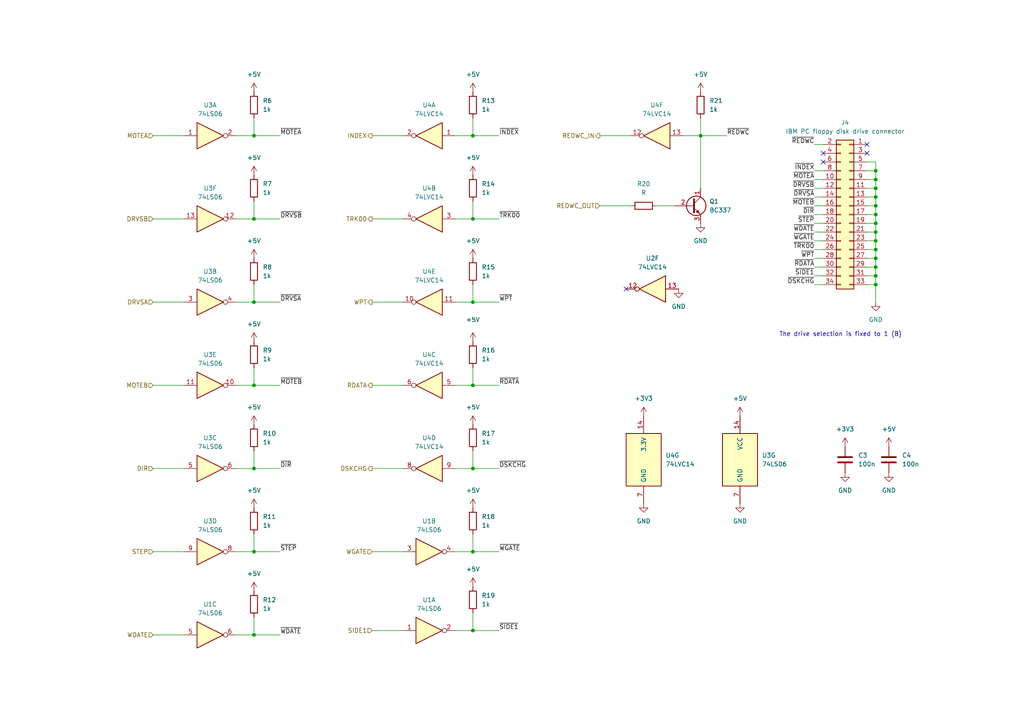
<source format=kicad_sch>
(kicad_sch (version 20211123) (generator eeschema)
  (paper "A4")
  (title_block (title "FPGA - C64 Floppy drive interface board") (date "2022-09-14") (rev "1") (company "Weisz Pál"))
  (lib_symbols
    (symbol "74xx:74LS06" (pin_names (offset 1.016))
      (property "Reference" "U" (at 0 1.27 0))
      (property "Value" "74LS06" (at 0 -1.27 0))
      (symbol "74LS06_1_0"
        (polyline (pts (xy -3.81 3.81) (xy -3.81 -3.81) (xy 3.81 0) (xy -3.81 3.81)) (stroke (width 0.254)) (fill (type background)))
        (pin input line (at -7.62 0 0) (length 3.81) (name "~") (number "1"))
        (pin open_collector inverted (at 7.62 0 180) (length 3.81) (name "~") (number "2"))
      )
      (symbol "74LS06_2_0"
        (polyline (pts (xy -3.81 3.81) (xy -3.81 -3.81) (xy 3.81 0) (xy -3.81 3.81)) (stroke (width 0.254)) (fill (type background)))
        (pin input line (at -7.62 0 0) (length 3.81) (name "~") (number "3"))
        (pin open_collector inverted (at 7.62 0 180) (length 3.81) (name "~") (number "4"))
      )
      (symbol "74LS06_3_0"
        (polyline (pts (xy -3.81 3.81) (xy -3.81 -3.81) (xy 3.81 0) (xy -3.81 3.81)) (stroke (width 0.254)) (fill (type background)))
        (pin input line (at -7.62 0 0) (length 3.81) (name "~") (number "5"))
        (pin open_collector inverted (at 7.62 0 180) (length 3.81) (name "~") (number "6"))
      )
      (symbol "74LS06_4_0"
        (polyline (pts (xy -3.81 3.81) (xy -3.81 -3.81) (xy 3.81 0) (xy -3.81 3.81)) (stroke (width 0.254)) (fill (type background)))
        (pin open_collector inverted (at 7.62 0 180) (length 3.81) (name "~") (number "8"))
        (pin input line (at -7.62 0 0) (length 3.81) (name "~") (number "9"))
      )
      (symbol "74LS06_5_0"
        (polyline (pts (xy -3.81 3.81) (xy -3.81 -3.81) (xy 3.81 0) (xy -3.81 3.81)) (stroke (width 0.254)) (fill (type background)))
        (pin open_collector inverted (at 7.62 0 180) (length 3.81) (name "~") (number "10"))
        (pin input line (at -7.62 0 0) (length 3.81) (name "~") (number "11"))
      )
      (symbol "74LS06_6_0"
        (polyline (pts (xy -3.81 3.81) (xy -3.81 -3.81) (xy 3.81 0) (xy -3.81 3.81)) (stroke (width 0.254)) (fill (type background)))
        (pin open_collector inverted (at 7.62 0 180) (length 3.81) (name "~") (number "12"))
        (pin input line (at -7.62 0 0) (length 3.81) (name "~") (number "13"))
      )
      (symbol "74LS06_7_0"
        (pin power_in line (at 0 12.7 270) (length 5.08) (name "VCC") (number "14"))
        (pin power_in line (at 0 -12.7 90) (length 5.08) (name "GND") (number "7"))
      )
      (symbol "74LS06_7_1"
        (rectangle (start -5.08 7.62) (end 5.08 -7.62) (stroke (width 0.254)) (fill (type background)))
      )
    )
    (symbol "74xx:74LV14" (pin_names (offset 1.016))
      (property "Reference" "U" (at 0 1.27 0))
      (property "Value" "74LV14" (at 0 -1.27 0))
      (symbol "74LV14_1_0"
        (polyline (pts (xy -3.81 3.81) (xy -3.81 -3.81) (xy 3.81 0) (xy -3.81 3.81)) (stroke (width 0.254)) (fill (type background)))
        (pin input line (at -7.62 0 0) (length 3.81) (name "~") (number "1"))
        (pin output inverted (at 7.62 0 180) (length 3.81) (name "~") (number "2"))
      )
      (symbol "74LV14_2_0"
        (polyline (pts (xy -3.81 3.81) (xy -3.81 -3.81) (xy 3.81 0) (xy -3.81 3.81)) (stroke (width 0.254)) (fill (type background)))
        (pin input line (at -7.62 0 0) (length 3.81) (name "~") (number "3"))
        (pin output inverted (at 7.62 0 180) (length 3.81) (name "~") (number "4"))
      )
      (symbol "74LV14_3_0"
        (polyline (pts (xy -3.81 3.81) (xy -3.81 -3.81) (xy 3.81 0) (xy -3.81 3.81)) (stroke (width 0.254)) (fill (type background)))
        (pin input line (at -7.62 0 0) (length 3.81) (name "~") (number "5"))
        (pin output inverted (at 7.62 0 180) (length 3.81) (name "~") (number "6"))
      )
      (symbol "74LV14_4_0"
        (polyline (pts (xy -3.81 3.81) (xy -3.81 -3.81) (xy 3.81 0) (xy -3.81 3.81)) (stroke (width 0.254)) (fill (type background)))
        (pin output inverted (at 7.62 0 180) (length 3.81) (name "~") (number "8"))
        (pin input line (at -7.62 0 0) (length 3.81) (name "~") (number "9"))
      )
      (symbol "74LV14_5_0"
        (polyline (pts (xy -3.81 3.81) (xy -3.81 -3.81) (xy 3.81 0) (xy -3.81 3.81)) (stroke (width 0.254)) (fill (type background)))
        (pin output inverted (at 7.62 0 180) (length 3.81) (name "~") (number "10"))
        (pin input line (at -7.62 0 0) (length 3.81) (name "~") (number "11"))
      )
      (symbol "74LV14_6_0"
        (polyline (pts (xy -3.81 3.81) (xy -3.81 -3.81) (xy 3.81 0) (xy -3.81 3.81)) (stroke (width 0.254)) (fill (type background)))
        (pin output inverted (at 7.62 0 180) (length 3.81) (name "~") (number "12"))
        (pin input line (at -7.62 0 0) (length 3.81) (name "~") (number "13"))
      )
      (symbol "74LV14_7_0"
        (pin power_in line (at 0 12.7 270) (length 5.08) (name "3.3V") (number "14"))
        (pin power_in line (at 0 -12.7 90) (length 5.08) (name "GND") (number "7"))
      )
      (symbol "74LV14_7_1"
        (rectangle (start -5.08 7.62) (end 5.08 -7.62) (stroke (width 0.254)) (fill (type background)))
      )
    )
    (symbol "Connector_Generic:Conn_02x17_Odd_Even" (pin_names (offset 1.016) hide)
      (property "Reference" "J" (at 1.27 22.86 0))
      (property "Value" "Conn_02x17_Odd_Even" (at 1.27 -22.86 0))
      (symbol "Conn_02x17_Odd_Even_1_1"
        (rectangle (start -1.27 -20.193) (end 0 -20.447) (stroke (width 0.1524)))
        (rectangle (start -1.27 -17.653) (end 0 -17.907) (stroke (width 0.1524)))
        (rectangle (start -1.27 -15.113) (end 0 -15.367) (stroke (width 0.1524)))
        (rectangle (start -1.27 -12.573) (end 0 -12.827) (stroke (width 0.1524)))
        (rectangle (start -1.27 -10.033) (end 0 -10.287) (stroke (width 0.1524)))
        (rectangle (start -1.27 -7.493) (end 0 -7.747) (stroke (width 0.1524)))
        (rectangle (start -1.27 -4.953) (end 0 -5.207) (stroke (width 0.1524)))
        (rectangle (start -1.27 -2.413) (end 0 -2.667) (stroke (width 0.1524)))
        (rectangle (start -1.27 0.127) (end 0 -0.127) (stroke (width 0.1524)))
        (rectangle (start -1.27 2.667) (end 0 2.413) (stroke (width 0.1524)))
        (rectangle (start -1.27 5.207) (end 0 4.953) (stroke (width 0.1524)))
        (rectangle (start -1.27 7.747) (end 0 7.493) (stroke (width 0.1524)))
        (rectangle (start -1.27 10.287) (end 0 10.033) (stroke (width 0.1524)))
        (rectangle (start -1.27 12.827) (end 0 12.573) (stroke (width 0.1524)))
        (rectangle (start -1.27 15.367) (end 0 15.113) (stroke (width 0.1524)))
        (rectangle (start -1.27 17.907) (end 0 17.653) (stroke (width 0.1524)))
        (rectangle (start -1.27 20.447) (end 0 20.193) (stroke (width 0.1524)))
        (rectangle (start -1.27 21.59) (end 3.81 -21.59) (stroke (width 0.254)) (fill (type background)))
        (rectangle (start 3.81 -20.193) (end 2.54 -20.447) (stroke (width 0.1524)))
        (rectangle (start 3.81 -17.653) (end 2.54 -17.907) (stroke (width 0.1524)))
        (rectangle (start 3.81 -15.113) (end 2.54 -15.367) (stroke (width 0.1524)))
        (rectangle (start 3.81 -12.573) (end 2.54 -12.827) (stroke (width 0.1524)))
        (rectangle (start 3.81 -10.033) (end 2.54 -10.287) (stroke (width 0.1524)))
        (rectangle (start 3.81 -7.493) (end 2.54 -7.747) (stroke (width 0.1524)))
        (rectangle (start 3.81 -4.953) (end 2.54 -5.207) (stroke (width 0.1524)))
        (rectangle (start 3.81 -2.413) (end 2.54 -2.667) (stroke (width 0.1524)))
        (rectangle (start 3.81 0.127) (end 2.54 -0.127) (stroke (width 0.1524)))
        (rectangle (start 3.81 2.667) (end 2.54 2.413) (stroke (width 0.1524)))
        (rectangle (start 3.81 5.207) (end 2.54 4.953) (stroke (width 0.1524)))
        (rectangle (start 3.81 7.747) (end 2.54 7.493) (stroke (width 0.1524)))
        (rectangle (start 3.81 10.287) (end 2.54 10.033) (stroke (width 0.1524)))
        (rectangle (start 3.81 12.827) (end 2.54 12.573) (stroke (width 0.1524)))
        (rectangle (start 3.81 15.367) (end 2.54 15.113) (stroke (width 0.1524)))
        (rectangle (start 3.81 17.907) (end 2.54 17.653) (stroke (width 0.1524)))
        (rectangle (start 3.81 20.447) (end 2.54 20.193) (stroke (width 0.1524)))
        (pin passive line (at -5.08 20.32 0) (length 3.81) (name "Pin_1") (number "1"))
        (pin passive line (at 7.62 10.16 180) (length 3.81) (name "Pin_10") (number "10"))
        (pin passive line (at -5.08 7.62 0) (length 3.81) (name "Pin_11") (number "11"))
        (pin passive line (at 7.62 7.62 180) (length 3.81) (name "Pin_12") (number "12"))
        (pin passive line (at -5.08 5.08 0) (length 3.81) (name "Pin_13") (number "13"))
        (pin passive line (at 7.62 5.08 180) (length 3.81) (name "Pin_14") (number "14"))
        (pin passive line (at -5.08 2.54 0) (length 3.81) (name "Pin_15") (number "15"))
        (pin passive line (at 7.62 2.54 180) (length 3.81) (name "Pin_16") (number "16"))
        (pin passive line (at -5.08 0 0) (length 3.81) (name "Pin_17") (number "17"))
        (pin passive line (at 7.62 0 180) (length 3.81) (name "Pin_18") (number "18"))
        (pin passive line (at -5.08 -2.54 0) (length 3.81) (name "Pin_19") (number "19"))
        (pin passive line (at 7.62 20.32 180) (length 3.81) (name "Pin_2") (number "2"))
        (pin passive line (at 7.62 -2.54 180) (length 3.81) (name "Pin_20") (number "20"))
        (pin passive line (at -5.08 -5.08 0) (length 3.81) (name "Pin_21") (number "21"))
        (pin passive line (at 7.62 -5.08 180) (length 3.81) (name "Pin_22") (number "22"))
        (pin passive line (at -5.08 -7.62 0) (length 3.81) (name "Pin_23") (number "23"))
        (pin passive line (at 7.62 -7.62 180) (length 3.81) (name "Pin_24") (number "24"))
        (pin passive line (at -5.08 -10.16 0) (length 3.81) (name "Pin_25") (number "25"))
        (pin passive line (at 7.62 -10.16 180) (length 3.81) (name "Pin_26") (number "26"))
        (pin passive line (at -5.08 -12.7 0) (length 3.81) (name "Pin_27") (number "27"))
        (pin passive line (at 7.62 -12.7 180) (length 3.81) (name "Pin_28") (number "28"))
        (pin passive line (at -5.08 -15.24 0) (length 3.81) (name "Pin_29") (number "29"))
        (pin passive line (at -5.08 17.78 0) (length 3.81) (name "Pin_3") (number "3"))
        (pin passive line (at 7.62 -15.24 180) (length 3.81) (name "Pin_30") (number "30"))
        (pin passive line (at -5.08 -17.78 0) (length 3.81) (name "Pin_31") (number "31"))
        (pin passive line (at 7.62 -17.78 180) (length 3.81) (name "Pin_32") (number "32"))
        (pin passive line (at -5.08 -20.32 0) (length 3.81) (name "Pin_33") (number "33"))
        (pin passive line (at 7.62 -20.32 180) (length 3.81) (name "Pin_34") (number "34"))
        (pin passive line (at 7.62 17.78 180) (length 3.81) (name "Pin_4") (number "4"))
        (pin passive line (at -5.08 15.24 0) (length 3.81) (name "Pin_5") (number "5"))
        (pin passive line (at 7.62 15.24 180) (length 3.81) (name "Pin_6") (number "6"))
        (pin passive line (at -5.08 12.7 0) (length 3.81) (name "Pin_7") (number "7"))
        (pin passive line (at 7.62 12.7 180) (length 3.81) (name "Pin_8") (number "8"))
        (pin passive line (at -5.08 10.16 0) (length 3.81) (name "Pin_9") (number "9"))
      )
    )
    (symbol "Device:C" (pin_numbers hide) (pin_names (offset 0.254))
      (property "Reference" "C" (at 0.635 2.54 0))
      (property "Value" "C" (at 0.635 -2.54 0))
      (symbol "C_0_1"
        (polyline (pts (xy -2.032 -0.762) (xy 2.032 -0.762)) (stroke (width 0.508)))
        (polyline (pts (xy -2.032 0.762) (xy 2.032 0.762)) (stroke (width 0.508)))
      )
      (symbol "C_1_1"
        (pin passive line (at 0 3.81 270) (length 2.794) (name "~") (number "1"))
        (pin passive line (at 0 -3.81 90) (length 2.794) (name "~") (number "2"))
      )
    )
    (symbol "Device:R" (pin_numbers hide) (pin_names (offset 0))
      (property "Reference" "R" (at 2.032 0 90))
      (property "Value" "R" (at 0 0 90))
      (symbol "R_0_1"
        (rectangle (start -1.016 -2.54) (end 1.016 2.54) (stroke (width 0.254)))
      )
      (symbol "R_1_1"
        (pin passive line (at 0 3.81 270) (length 1.27) (name "~") (number "1"))
        (pin passive line (at 0 -3.81 90) (length 1.27) (name "~") (number "2"))
      )
    )
    (symbol "Transistor_BJT:BC337" (pin_names (offset 0) hide)
      (property "Reference" "Q" (at 5.08 1.905 0))
      (property "Value" "BC337" (at 5.08 0 0))
      (symbol "BC337_0_1"
        (polyline (pts (xy 0 0) (xy 0.635 0)))
        (polyline (pts (xy 0.635 0.635) (xy 2.54 2.54)))
        (polyline (pts (xy 0.635 -0.635) (xy 2.54 -2.54) (xy 2.54 -2.54)))
        (polyline (pts (xy 0.635 1.905) (xy 0.635 -1.905) (xy 0.635 -1.905)) (stroke (width 0.508)))
        (polyline (pts (xy 1.27 -1.778) (xy 1.778 -1.27) (xy 2.286 -2.286) (xy 1.27 -1.778) (xy 1.27 -1.778)) (fill (type outline)))
        (circle (center 1.27 0) (radius 2.8194) (stroke (width 0.254)))
      )
      (symbol "BC337_1_1"
        (pin passive line (at 2.54 5.08 270) (length 2.54) (name "C") (number "1"))
        (pin input line (at -5.08 0 0) (length 5.08) (name "B") (number "2"))
        (pin passive line (at 2.54 -5.08 90) (length 2.54) (name "E") (number "3"))
      )
    )
    (symbol "power:+3V3" (power) (pin_names (offset 0))
      (property "Value" "+3V3" (at 0 3.556 0))
      (symbol "+3V3_0_1"
        (polyline (pts (xy -0.762 1.27) (xy 0 2.54)))
        (polyline (pts (xy 0 0) (xy 0 2.54)))
        (polyline (pts (xy 0 2.54) (xy 0.762 1.27)))
      )
      (symbol "+3V3_1_1"
        (pin power_in line (at 0 0 90) (length 0) hide (name "+3V3") (number "1"))
      )
    )
    (symbol "power:+5V" (power) (pin_names (offset 0))
      (property "Value" "+5V" (at 0 3.556 0))
      (symbol "+5V_0_1"
        (polyline (pts (xy -0.762 1.27) (xy 0 2.54)))
        (polyline (pts (xy 0 0) (xy 0 2.54)))
        (polyline (pts (xy 0 2.54) (xy 0.762 1.27)))
      )
      (symbol "+5V_1_1"
        (pin power_in line (at 0 0 90) (length 0) hide (name "+5V") (number "1"))
      )
    )
    (symbol "power:GND" (power) (pin_names (offset 0))
      (property "Value" "GND" (at 0 -3.81 0))
      (symbol "GND_0_1"
        (polyline (pts (xy 0 0) (xy 0 -1.27) (xy 1.27 -1.27) (xy 0 -2.54) (xy -1.27 -1.27) (xy 0 -1.27)))
      )
      (symbol "GND_1_1"
        (pin power_in line (at 0 0 270) (length 0) hide (name "GND") (number "1"))
      )
    )
  )
  (junction (at 137.16 87.63))
  (junction (at 73.66 160.02))
  (junction (at 137.16 160.02))
  (junction (at 254 72.39))
  (junction (at 137.16 39.37))
  (junction (at 254 54.61))
  (junction (at 137.16 135.89))
  (junction (at 254 74.93))
  (junction (at 254 59.69))
  (junction (at 254 69.85))
  (junction (at 254 77.47))
  (junction (at 73.66 87.63))
  (junction (at 73.66 111.76))
  (junction (at 73.66 39.37))
  (junction (at 254 57.15))
  (junction (at 254 52.07))
  (junction (at 254 49.53))
  (junction (at 137.16 63.5))
  (junction (at 254 64.77))
  (junction (at 254 80.01))
  (junction (at 73.66 184.15))
  (junction (at 137.16 111.76))
  (junction (at 203.2 39.37))
  (junction (at 137.16 182.88))
  (junction (at 254 62.23))
  (junction (at 73.66 63.5))
  (junction (at 254 82.55))
  (junction (at 254 67.31))
  (junction (at 73.66 135.89))
  (no_connect (at 238.76 44.45))
  (no_connect (at 238.76 46.99))
  (no_connect (at 251.46 44.45))
  (no_connect (at 251.46 41.91))
  (no_connect (at 181.61 83.82))
  (wire (pts (xy 44.45 87.63) (xy 53.34 87.63)))
  (wire (pts (xy 238.76 69.85) (xy 236.22 69.85)))
  (wire (pts (xy 236.22 41.91) (xy 238.76 41.91)))
  (wire (pts (xy 254 49.53) (xy 251.46 49.53)))
  (wire (pts (xy 73.66 154.94) (xy 73.66 160.02)))
  (wire (pts (xy 254 54.61) (xy 254 57.15)))
  (wire (pts (xy 137.16 154.94) (xy 137.16 160.02)))
  (wire (pts (xy 73.66 106.68) (xy 73.66 111.76)))
  (wire (pts (xy 254 49.53) (xy 254 52.07)))
  (wire (pts (xy 238.76 77.47) (xy 236.22 77.47)))
  (wire (pts (xy 107.95 39.37) (xy 116.84 39.37)))
  (wire (pts (xy 44.45 160.02) (xy 53.34 160.02)))
  (wire (pts (xy 254 46.99) (xy 251.46 46.99)))
  (wire (pts (xy 203.2 34.29) (xy 203.2 39.37)))
  (wire (pts (xy 137.16 130.81) (xy 137.16 135.89)))
  (wire (pts (xy 73.66 82.55) (xy 73.66 87.63)))
  (wire (pts (xy 107.95 87.63) (xy 116.84 87.63)))
  (wire (pts (xy 73.66 184.15) (xy 68.58 184.15)))
  (wire (pts (xy 73.66 135.89) (xy 81.28 135.89)))
  (wire (pts (xy 254 77.47) (xy 254 80.01)))
  (wire (pts (xy 254 74.93) (xy 254 77.47)))
  (wire (pts (xy 254 72.39) (xy 251.46 72.39)))
  (wire (pts (xy 254 59.69) (xy 254 62.23)))
  (wire (pts (xy 137.16 135.89) (xy 132.08 135.89)))
  (wire (pts (xy 44.45 39.37) (xy 53.34 39.37)))
  (wire (pts (xy 254 62.23) (xy 251.46 62.23)))
  (wire (pts (xy 137.16 87.63) (xy 144.78 87.63)))
  (wire (pts (xy 137.16 39.37) (xy 132.08 39.37)))
  (wire (pts (xy 44.45 111.76) (xy 53.34 111.76)))
  (wire (pts (xy 73.66 160.02) (xy 81.28 160.02)))
  (wire (pts (xy 254 69.85) (xy 254 72.39)))
  (wire (pts (xy 254 64.77) (xy 251.46 64.77)))
  (wire (pts (xy 254 57.15) (xy 251.46 57.15)))
  (wire (pts (xy 254 82.55) (xy 254 87.63)))
  (wire (pts (xy 198.12 39.37) (xy 203.2 39.37)))
  (wire (pts (xy 254 80.01) (xy 251.46 80.01)))
  (wire (pts (xy 236.22 57.15) (xy 238.76 57.15)))
  (wire (pts (xy 238.76 62.23) (xy 236.22 62.23)))
  (wire (pts (xy 254 69.85) (xy 251.46 69.85)))
  (wire (pts (xy 137.16 160.02) (xy 144.78 160.02)))
  (wire (pts (xy 137.16 63.5) (xy 132.08 63.5)))
  (wire (pts (xy 254 82.55) (xy 251.46 82.55)))
  (wire (pts (xy 238.76 82.55) (xy 236.22 82.55)))
  (wire (pts (xy 137.16 39.37) (xy 144.78 39.37)))
  (wire (pts (xy 254 59.69) (xy 251.46 59.69)))
  (wire (pts (xy 44.45 184.15) (xy 53.34 184.15)))
  (wire (pts (xy 73.66 63.5) (xy 68.58 63.5)))
  (wire (pts (xy 73.66 63.5) (xy 81.28 63.5)))
  (wire (pts (xy 73.66 184.15) (xy 81.28 184.15)))
  (wire (pts (xy 238.76 59.69) (xy 236.22 59.69)))
  (wire (pts (xy 73.66 111.76) (xy 81.28 111.76)))
  (wire (pts (xy 137.16 58.42) (xy 137.16 63.5)))
  (wire (pts (xy 73.66 135.89) (xy 68.58 135.89)))
  (wire (pts (xy 238.76 54.61) (xy 236.22 54.61)))
  (wire (pts (xy 137.16 135.89) (xy 144.78 135.89)))
  (wire (pts (xy 107.95 135.89) (xy 116.84 135.89)))
  (wire (pts (xy 254 72.39) (xy 254 74.93)))
  (wire (pts (xy 238.76 64.77) (xy 236.22 64.77)))
  (wire (pts (xy 254 62.23) (xy 254 64.77)))
  (wire (pts (xy 238.76 80.01) (xy 236.22 80.01)))
  (wire (pts (xy 73.66 87.63) (xy 68.58 87.63)))
  (wire (pts (xy 73.66 160.02) (xy 68.58 160.02)))
  (wire (pts (xy 238.76 67.31) (xy 236.22 67.31)))
  (wire (pts (xy 137.16 34.29) (xy 137.16 39.37)))
  (wire (pts (xy 73.66 58.42) (xy 73.66 63.5)))
  (wire (pts (xy 137.16 182.88) (xy 144.78 182.88)))
  (wire (pts (xy 137.16 182.88) (xy 132.08 182.88)))
  (wire (pts (xy 254 67.31) (xy 254 69.85)))
  (wire (pts (xy 137.16 82.55) (xy 137.16 87.63)))
  (wire (pts (xy 107.95 182.88) (xy 116.84 182.88)))
  (wire (pts (xy 73.66 34.29) (xy 73.66 39.37)))
  (wire (pts (xy 254 52.07) (xy 251.46 52.07)))
  (wire (pts (xy 44.45 63.5) (xy 53.34 63.5)))
  (wire (pts (xy 107.95 160.02) (xy 116.84 160.02)))
  (wire (pts (xy 238.76 49.53) (xy 236.22 49.53)))
  (wire (pts (xy 254 77.47) (xy 251.46 77.47)))
  (wire (pts (xy 190.5 59.69) (xy 195.58 59.69)))
  (wire (pts (xy 254 46.99) (xy 254 49.53)))
  (wire (pts (xy 254 54.61) (xy 251.46 54.61)))
  (wire (pts (xy 107.95 63.5) (xy 116.84 63.5)))
  (wire (pts (xy 173.99 59.69) (xy 182.88 59.69)))
  (wire (pts (xy 73.66 111.76) (xy 68.58 111.76)))
  (wire (pts (xy 238.76 74.93) (xy 236.22 74.93)))
  (wire (pts (xy 137.16 111.76) (xy 144.78 111.76)))
  (wire (pts (xy 73.66 87.63) (xy 81.28 87.63)))
  (wire (pts (xy 137.16 160.02) (xy 132.08 160.02)))
  (wire (pts (xy 73.66 39.37) (xy 68.58 39.37)))
  (wire (pts (xy 73.66 130.81) (xy 73.66 135.89)))
  (wire (pts (xy 73.66 39.37) (xy 81.28 39.37)))
  (wire (pts (xy 137.16 111.76) (xy 132.08 111.76)))
  (wire (pts (xy 254 80.01) (xy 254 82.55)))
  (wire (pts (xy 203.2 54.61) (xy 203.2 39.37)))
  (wire (pts (xy 137.16 87.63) (xy 132.08 87.63)))
  (wire (pts (xy 137.16 106.68) (xy 137.16 111.76)))
  (wire (pts (xy 254 64.77) (xy 254 67.31)))
  (wire (pts (xy 254 67.31) (xy 251.46 67.31)))
  (wire (pts (xy 254 74.93) (xy 251.46 74.93)))
  (wire (pts (xy 238.76 72.39) (xy 236.22 72.39)))
  (wire (pts (xy 203.2 39.37) (xy 210.82 39.37)))
  (wire (pts (xy 137.16 177.8) (xy 137.16 182.88)))
  (wire (pts (xy 73.66 179.07) (xy 73.66 184.15)))
  (wire (pts (xy 137.16 63.5) (xy 144.78 63.5)))
  (wire (pts (xy 44.45 135.89) (xy 53.34 135.89)))
  (wire (pts (xy 236.22 52.07) (xy 238.76 52.07)))
  (wire (pts (xy 254 57.15) (xy 254 59.69)))
  (wire (pts (xy 173.99 39.37) (xy 182.88 39.37)))
  (wire (pts (xy 107.95 111.76) (xy 116.84 111.76)))
  (wire (pts (xy 254 52.07) (xy 254 54.61)))
  (text "The drive selection is fixed to 1 (B)" (at 261.62 97.79 180) (effects (font (size 1.27 1.27)) (justify right bottom)))
  (label "~{WGATE}" (at 236.22 69.85 180))
  (label "~{REDWC}" (at 236.22 41.91 180))
  (label "~{WPT}" (at 236.22 74.93 180))
  (label "~{DSKCHG}" (at 236.22 82.55 180))
  (label "~{DIR}" (at 81.28 135.89 0))
  (label "~{RDATA}" (at 236.22 77.47 180))
  (label "~{DRVSA}" (at 81.28 87.63 0))
  (label "~{WDATE}" (at 236.22 67.31 180))
  (label "~{SIDE1}" (at 236.22 80.01 180))
  (label "~{INDEX}" (at 236.22 49.53 180))
  (label "~{MOTEB}" (at 236.22 59.69 180))
  (label "~{DSKCHG}" (at 144.78 135.89 0))
  (label "~{MOTEA}" (at 81.28 39.37 0))
  (label "~{WDATE}" (at 81.28 184.15 0))
  (label "~{TRK00}" (at 144.78 63.5 0))
  (label "~{TRK00}" (at 236.22 72.39 180))
  (label "~{WPT}" (at 144.78 87.63 0))
  (label "~{INDEX}" (at 144.78 39.37 0))
  (label "~{DIR}" (at 236.22 62.23 180))
  (label "~{SIDE1}" (at 144.78 182.88 0))
  (label "~{STEP}" (at 236.22 64.77 180))
  (label "~{DRVSA}" (at 236.22 57.15 180))
  (label "~{DRVSB}" (at 236.22 54.61 180))
  (label "~{MOTEA}" (at 236.22 52.07 180))
  (label "~{RDATA}" (at 144.78 111.76 0))
  (label "~{DRVSB}" (at 81.28 63.5 0))
  (label "~{STEP}" (at 81.28 160.02 0))
  (label "~{WGATE}" (at 144.78 160.02 0))
  (label "~{REDWC}" (at 210.82 39.37 0))
  (label "~{MOTEB}" (at 81.28 111.76 0))
  (hierarchical_label "WGATE" (shape input) (at 107.95 160.02 180))
  (hierarchical_label "REDWC_OUT" (shape input) (at 173.99 59.69 180))
  (hierarchical_label "DRVSA" (shape input) (at 44.45 87.63 180))
  (hierarchical_label "STEP" (shape input) (at 44.45 160.02 180))
  (hierarchical_label "RDATA" (shape output) (at 107.95 111.76 180))
  (hierarchical_label "SIDE1" (shape input) (at 107.95 182.88 180))
  (hierarchical_label "DIR" (shape input) (at 44.45 135.89 180))
  (hierarchical_label "INDEX" (shape output) (at 107.95 39.37 180))
  (hierarchical_label "MOTEB" (shape input) (at 44.45 111.76 180))
  (hierarchical_label "DSKCHG" (shape output) (at 107.95 135.89 180))
  (hierarchical_label "MOTEA" (shape input) (at 44.45 39.37 180))
  (hierarchical_label "TRK00" (shape output) (at 107.95 63.5 180))
  (hierarchical_label "WDATE" (shape input) (at 44.45 184.15 180))
  (hierarchical_label "DRVSB" (shape input) (at 44.45 63.5 180))
  (hierarchical_label "REDWC_IN" (shape output) (at 173.99 39.37 180))
  (hierarchical_label "WPT" (shape output) (at 107.95 87.63 180))
  (symbol (lib_id "power:+5V") (at 137.16 123.19 0) (unit 1)
    (property "Reference" "#PWR041" (effects hide))
    (property "Value" "+5V" (at 137.16 118.11 0))
  )
  (symbol (lib_id "74xx:74LS06") (at 60.96 87.63 0) (unit 2)
    (property "Reference" "U3" (at 60.96 78.74 0))
    (property "Value" "74LS06" (at 60.96 81.28 0))
    (property "Footprint" "Package_SO:SOIC-14_3.9x8.7mm_P1.27mm" (effects hide))
    (property "Datasheet" "http://www.ti.com/lit/gpn/sn74LS06" (effects hide))
  )
  (symbol (lib_id "Device:R") (at 73.66 30.48 0) (unit 1)
    (property "Reference" "R6" (at 76.2 29.2099 0) (effects (justify left)))
    (property "Value" "1k" (at 76.2 31.7499 0) (effects (justify left)))
    (property "Footprint" "Resistor_SMD:R_0805_2012Metric_Pad1.20x1.40mm_HandSolder" (effects hide))
  )
  (symbol (lib_id "power:GND") (at 245.11 137.16 0) (unit 1)
    (property "Reference" "#PWR052" (effects hide))
    (property "Value" "GND" (at 245.11 142.24 0))
  )
  (symbol (lib_id "74xx:74LV14") (at 189.23 83.82 180) (unit 6)
    (property "Reference" "U2" (at 189.23 74.93 0))
    (property "Value" "74LVC14" (at 189.23 77.47 0))
    (property "Footprint" "Package_SO:SOIC-14_3.9x8.7mm_P1.27mm" (effects hide))
    (property "Datasheet" "http://www.ti.com/lit/gpn/sn74LV14" (effects hide))
  )
  (symbol (lib_id "power:+5V") (at 73.66 26.67 0) (unit 1)
    (property "Reference" "#PWR030" (effects hide))
    (property "Value" "+5V" (at 73.66 21.59 0))
  )
  (symbol (lib_id "74xx:74LV14") (at 124.46 63.5 180) (unit 2)
    (property "Reference" "U4" (at 124.46 54.61 0))
    (property "Value" "74LVC14" (at 124.46 57.15 0))
    (property "Footprint" "Package_SO:SOIC-14_3.9x8.7mm_P1.27mm" (effects hide))
    (property "Datasheet" "http://www.ti.com/lit/gpn/sn74LV14" (effects hide))
  )
  (symbol (lib_id "74xx:74LV14") (at 124.46 39.37 180) (unit 1)
    (property "Reference" "U4" (at 124.46 30.48 0))
    (property "Value" "74LVC14" (at 124.46 33.02 0))
    (property "Footprint" "Package_SO:SOIC-14_3.9x8.7mm_P1.27mm" (effects hide))
    (property "Datasheet" "http://www.ti.com/lit/gpn/sn74LV14" (effects hide))
  )
  (symbol (lib_id "power:+5V") (at 73.66 50.8 0) (unit 1)
    (property "Reference" "#PWR031" (effects hide))
    (property "Value" "+5V" (at 73.66 45.72 0))
  )
  (symbol (lib_id "74xx:74LS06") (at 60.96 184.15 0) (unit 3)
    (property "Reference" "U1" (at 60.96 175.26 0))
    (property "Value" "74LS06" (at 60.96 177.8 0))
    (property "Footprint" "Package_SO:SOIC-14_3.9x8.7mm_P1.27mm" (effects hide))
    (property "Datasheet" "http://www.ti.com/lit/gpn/sn74LS06" (effects hide))
  )
  (symbol (lib_id "74xx:74LS06") (at 124.46 182.88 0) (unit 1)
    (property "Reference" "U1" (at 124.46 173.99 0))
    (property "Value" "74LS06" (at 124.46 176.53 0))
    (property "Footprint" "Package_SO:SOIC-14_3.9x8.7mm_P1.27mm" (effects hide))
    (property "Datasheet" "http://www.ti.com/lit/gpn/sn74LS06" (effects hide))
  )
  (symbol (lib_id "74xx:74LV14") (at 124.46 87.63 180) (unit 5)
    (property "Reference" "U4" (at 124.46 78.74 0))
    (property "Value" "74LVC14" (at 124.46 81.28 0))
    (property "Footprint" "Package_SO:SOIC-14_3.9x8.7mm_P1.27mm" (effects hide))
    (property "Datasheet" "http://www.ti.com/lit/gpn/sn74LV14" (effects hide))
  )
  (symbol (lib_id "Device:R") (at 73.66 175.26 0) (unit 1)
    (property "Reference" "R12" (at 76.2 173.9899 0) (effects (justify left)))
    (property "Value" "1k" (at 76.2 176.5299 0) (effects (justify left)))
    (property "Footprint" "Resistor_SMD:R_0805_2012Metric_Pad1.20x1.40mm_HandSolder" (effects hide))
  )
  (symbol (lib_id "74xx:74LS06") (at 60.96 135.89 0) (unit 3)
    (property "Reference" "U3" (at 60.96 127 0))
    (property "Value" "74LS06" (at 60.96 129.54 0))
    (property "Footprint" "Package_SO:SOIC-14_3.9x8.7mm_P1.27mm" (effects hide))
    (property "Datasheet" "http://www.ti.com/lit/gpn/sn74LS06" (effects hide))
  )
  (symbol (lib_id "Device:R") (at 137.16 54.61 0) (unit 1)
    (property "Reference" "R14" (at 139.7 53.3399 0) (effects (justify left)))
    (property "Value" "1k" (at 139.7 55.8799 0) (effects (justify left)))
    (property "Footprint" "Resistor_SMD:R_0805_2012Metric_Pad1.20x1.40mm_HandSolder" (effects hide))
  )
  (symbol (lib_id "74xx:74LS06") (at 60.96 63.5 0) (unit 6)
    (property "Reference" "U3" (at 60.96 54.61 0))
    (property "Value" "74LS06" (at 60.96 57.15 0))
    (property "Footprint" "Package_SO:SOIC-14_3.9x8.7mm_P1.27mm" (effects hide))
    (property "Datasheet" "http://www.ti.com/lit/gpn/sn74LS06" (effects hide))
  )
  (symbol (lib_id "power:+5V") (at 73.66 171.45 0) (unit 1)
    (property "Reference" "#PWR036" (effects hide))
    (property "Value" "+5V" (at 73.66 166.37 0))
  )
  (symbol (lib_id "power:+3V3") (at 245.11 129.54 0) (unit 1)
    (property "Reference" "#PWR051" (effects hide))
    (property "Value" "+3V3" (at 245.11 124.46 0))
  )
  (symbol (lib_id "Device:R") (at 73.66 54.61 0) (unit 1)
    (property "Reference" "R7" (at 76.2 53.3399 0) (effects (justify left)))
    (property "Value" "1k" (at 76.2 55.8799 0) (effects (justify left)))
    (property "Footprint" "Resistor_SMD:R_0805_2012Metric_Pad1.20x1.40mm_HandSolder" (effects hide))
  )
  (symbol (lib_id "power:+3V3") (at 186.69 120.65 0) (unit 1)
    (property "Reference" "#PWR044" (effects hide))
    (property "Value" "+3V3" (at 186.69 115.57 0))
  )
  (symbol (lib_id "Device:R") (at 203.2 30.48 0) (unit 1)
    (property "Reference" "R21" (at 205.74 29.2099 0) (effects (justify left)))
    (property "Value" "1k" (at 205.74 31.7499 0) (effects (justify left)))
    (property "Footprint" "Resistor_SMD:R_0805_2012Metric_Pad1.20x1.40mm_HandSolder" (effects hide))
  )
  (symbol (lib_id "power:GND") (at 186.69 146.05 0) (unit 1)
    (property "Reference" "#PWR045" (effects hide))
    (property "Value" "GND" (at 186.69 151.13 0))
  )
  (symbol (lib_id "Transistor_BJT:BC337") (at 200.66 59.69 0) (unit 1)
    (property "Reference" "Q1" (at 205.74 58.4199 0) (effects (justify left)))
    (property "Value" "BC337" (at 205.74 60.9599 0) (effects (justify left)))
    (property "Footprint" "Package_TO_SOT_THT:TO-92_Inline_Wide" (effects hide))
    (property "Datasheet" "https://diotec.com/tl_files/diotec/files/pdf/datasheets/bc337.pdf" (effects hide))
  )
  (symbol (lib_id "Device:R") (at 137.16 102.87 0) (unit 1)
    (property "Reference" "R16" (at 139.7 101.5999 0) (effects (justify left)))
    (property "Value" "1k" (at 139.7 104.1399 0) (effects (justify left)))
    (property "Footprint" "Resistor_SMD:R_0805_2012Metric_Pad1.20x1.40mm_HandSolder" (effects hide))
  )
  (symbol (lib_id "Device:R") (at 137.16 173.99 0) (unit 1)
    (property "Reference" "R19" (at 139.7 172.7199 0) (effects (justify left)))
    (property "Value" "1k" (at 139.7 175.2599 0) (effects (justify left)))
    (property "Footprint" "Resistor_SMD:R_0805_2012Metric_Pad1.20x1.40mm_HandSolder" (effects hide))
  )
  (symbol (lib_id "Device:C") (at 257.81 133.35 0) (unit 1)
    (property "Reference" "C4" (at 261.62 132.0799 0) (effects (justify left)))
    (property "Value" "100n" (at 261.62 134.6199 0) (effects (justify left)))
    (property "Footprint" "Capacitor_SMD:C_0805_2012Metric_Pad1.18x1.45mm_HandSolder" (effects hide))
  )
  (symbol (lib_id "power:GND") (at 257.81 137.16 0) (unit 1)
    (property "Reference" "#PWR055" (effects hide))
    (property "Value" "GND" (at 257.81 142.24 0))
  )
  (symbol (lib_id "power:+5V") (at 73.66 99.06 0) (unit 1)
    (property "Reference" "#PWR033" (effects hide))
    (property "Value" "+5V" (at 73.66 93.98 0))
  )
  (symbol (lib_id "power:+5V") (at 203.2 26.67 0) (unit 1)
    (property "Reference" "#PWR047" (effects hide))
    (property "Value" "+5V" (at 203.2 21.59 0))
  )
  (symbol (lib_id "power:+5V") (at 137.16 50.8 0) (unit 1)
    (property "Reference" "#PWR038" (effects hide))
    (property "Value" "+5V" (at 137.16 45.72 0))
  )
  (symbol (lib_id "power:+5V") (at 137.16 74.93 0) (unit 1)
    (property "Reference" "#PWR039" (effects hide))
    (property "Value" "+5V" (at 137.16 69.85 0))
  )
  (symbol (lib_id "74xx:74LS06") (at 60.96 160.02 0) (unit 4)
    (property "Reference" "U3" (at 60.96 151.13 0))
    (property "Value" "74LS06" (at 60.96 153.67 0))
    (property "Footprint" "Package_SO:SOIC-14_3.9x8.7mm_P1.27mm" (effects hide))
    (property "Datasheet" "http://www.ti.com/lit/gpn/sn74LS06" (effects hide))
  )
  (symbol (lib_id "Device:R") (at 73.66 102.87 0) (unit 1)
    (property "Reference" "R9" (at 76.2 101.5999 0) (effects (justify left)))
    (property "Value" "1k" (at 76.2 104.1399 0) (effects (justify left)))
    (property "Footprint" "Resistor_SMD:R_0805_2012Metric_Pad1.20x1.40mm_HandSolder" (effects hide))
  )
  (symbol (lib_id "74xx:74LV14") (at 186.69 133.35 0) (unit 7)
    (property "Reference" "U4" (at 193.04 132.0799 0) (effects (justify left)))
    (property "Value" "74LVC14" (at 193.04 134.6199 0) (effects (justify left)))
    (property "Footprint" "Package_SO:SOIC-14_3.9x8.7mm_P1.27mm" (effects hide))
    (property "Datasheet" "http://www.ti.com/lit/gpn/sn74LV14" (effects hide))
  )
  (symbol (lib_id "power:+5V") (at 257.81 129.54 0) (unit 1)
    (property "Reference" "#PWR054" (effects hide))
    (property "Value" "+5V" (at 257.81 124.46 0))
  )
  (symbol (lib_id "power:GND") (at 203.2 64.77 0) (unit 1)
    (property "Reference" "#PWR048" (effects hide))
    (property "Value" "GND" (at 203.2 69.85 0))
  )
  (symbol (lib_id "power:+5V") (at 214.63 120.65 0) (unit 1)
    (property "Reference" "#PWR049" (effects hide))
    (property "Value" "+5V" (at 214.63 115.57 0))
  )
  (symbol (lib_id "74xx:74LV14") (at 190.5 39.37 180) (unit 6)
    (property "Reference" "U4" (at 190.5 30.48 0))
    (property "Value" "74LVC14" (at 190.5 33.02 0))
    (property "Footprint" "Package_SO:SOIC-14_3.9x8.7mm_P1.27mm" (effects hide))
    (property "Datasheet" "http://www.ti.com/lit/gpn/sn74LV14" (effects hide))
  )
  (symbol (lib_id "Device:R") (at 137.16 30.48 0) (unit 1)
    (property "Reference" "R13" (at 139.7 29.2099 0) (effects (justify left)))
    (property "Value" "1k" (at 139.7 31.7499 0) (effects (justify left)))
    (property "Footprint" "Resistor_SMD:R_0805_2012Metric_Pad1.20x1.40mm_HandSolder" (effects hide))
  )
  (symbol (lib_id "74xx:74LS06") (at 124.46 160.02 0) (unit 2)
    (property "Reference" "U1" (at 124.46 151.13 0))
    (property "Value" "74LS06" (at 124.46 153.67 0))
    (property "Footprint" "Package_SO:SOIC-14_3.9x8.7mm_P1.27mm" (effects hide))
    (property "Datasheet" "http://www.ti.com/lit/gpn/sn74LS06" (effects hide))
  )
  (symbol (lib_id "power:+5V") (at 73.66 123.19 0) (unit 1)
    (property "Reference" "#PWR034" (effects hide))
    (property "Value" "+5V" (at 73.66 118.11 0))
  )
  (symbol (lib_id "74xx:74LS06") (at 60.96 39.37 0) (unit 1)
    (property "Reference" "U3" (at 60.96 30.48 0))
    (property "Value" "74LS06" (at 60.96 33.02 0))
    (property "Footprint" "Package_SO:SOIC-14_3.9x8.7mm_P1.27mm" (effects hide))
    (property "Datasheet" "http://www.ti.com/lit/gpn/sn74LS06" (effects hide))
  )
  (symbol (lib_id "power:GND") (at 254 87.63 0) (mirror y) (unit 1)
    (property "Reference" "#PWR053" (effects hide))
    (property "Value" "GND" (at 254 92.71 0))
  )
  (symbol (lib_id "Device:R") (at 186.69 59.69 90) (unit 1)
    (property "Reference" "R20" (at 186.69 53.34 90))
    (property "Value" "R" (at 186.69 55.88 90))
    (property "Footprint" "Resistor_SMD:R_0805_2012Metric_Pad1.20x1.40mm_HandSolder" (effects hide))
  )
  (symbol (lib_id "power:GND") (at 196.85 83.82 0) (unit 1)
    (property "Reference" "#PWR046" (effects hide))
    (property "Value" "GND" (at 196.85 88.9 0))
  )
  (symbol (lib_id "power:GND") (at 214.63 146.05 0) (unit 1)
    (property "Reference" "#PWR050" (effects hide))
    (property "Value" "GND" (at 214.63 151.13 0))
  )
  (symbol (lib_id "74xx:74LS06") (at 214.63 133.35 0) (unit 7)
    (property "Reference" "U3" (at 220.98 132.0799 0) (effects (justify left)))
    (property "Value" "74LS06" (at 220.98 134.6199 0) (effects (justify left)))
    (property "Footprint" "Package_SO:SOIC-14_3.9x8.7mm_P1.27mm" (effects hide))
    (property "Datasheet" "http://www.ti.com/lit/gpn/sn74LS06" (effects hide))
  )
  (symbol (lib_id "Device:R") (at 73.66 151.13 0) (unit 1)
    (property "Reference" "R11" (at 76.2 149.8599 0) (effects (justify left)))
    (property "Value" "1k" (at 76.2 152.3999 0) (effects (justify left)))
    (property "Footprint" "Resistor_SMD:R_0805_2012Metric_Pad1.20x1.40mm_HandSolder" (effects hide))
  )
  (symbol (lib_id "Device:R") (at 73.66 127 0) (unit 1)
    (property "Reference" "R10" (at 76.2 125.7299 0) (effects (justify left)))
    (property "Value" "1k" (at 76.2 128.2699 0) (effects (justify left)))
    (property "Footprint" "Resistor_SMD:R_0805_2012Metric_Pad1.20x1.40mm_HandSolder" (effects hide))
  )
  (symbol (lib_id "Device:R") (at 137.16 127 0) (unit 1)
    (property "Reference" "R17" (at 139.7 125.7299 0) (effects (justify left)))
    (property "Value" "1k" (at 139.7 128.2699 0) (effects (justify left)))
    (property "Footprint" "Resistor_SMD:R_0805_2012Metric_Pad1.20x1.40mm_HandSolder" (effects hide))
  )
  (symbol (lib_id "power:+5V") (at 137.16 26.67 0) (unit 1)
    (property "Reference" "#PWR037" (effects hide))
    (property "Value" "+5V" (at 137.16 21.59 0))
  )
  (symbol (lib_id "Device:C") (at 245.11 133.35 0) (unit 1)
    (property "Reference" "C3" (at 248.92 132.0799 0) (effects (justify left)))
    (property "Value" "100n" (at 248.92 134.6199 0) (effects (justify left)))
    (property "Footprint" "Capacitor_SMD:C_0805_2012Metric_Pad1.18x1.45mm_HandSolder" (effects hide))
  )
  (symbol (lib_id "Device:R") (at 137.16 78.74 0) (unit 1)
    (property "Reference" "R15" (at 139.7 77.4699 0) (effects (justify left)))
    (property "Value" "1k" (at 139.7 80.0099 0) (effects (justify left)))
    (property "Footprint" "Resistor_SMD:R_0805_2012Metric_Pad1.20x1.40mm_HandSolder" (effects hide))
  )
  (symbol (lib_id "Device:R") (at 137.16 151.13 0) (unit 1)
    (property "Reference" "R18" (at 139.7 149.8599 0) (effects (justify left)))
    (property "Value" "1k" (at 139.7 152.3999 0) (effects (justify left)))
    (property "Footprint" "Resistor_SMD:R_0805_2012Metric_Pad1.20x1.40mm_HandSolder" (effects hide))
  )
  (symbol (lib_id "power:+5V") (at 137.16 170.18 0) (unit 1)
    (property "Reference" "#PWR043" (effects hide))
    (property "Value" "+5V" (at 137.16 165.1 0))
  )
  (symbol (lib_id "74xx:74LV14") (at 124.46 111.76 180) (unit 3)
    (property "Reference" "U4" (at 124.46 102.87 0))
    (property "Value" "74LVC14" (at 124.46 105.41 0))
    (property "Footprint" "Package_SO:SOIC-14_3.9x8.7mm_P1.27mm" (effects hide))
    (property "Datasheet" "http://www.ti.com/lit/gpn/sn74LV14" (effects hide))
  )
  (symbol (lib_id "74xx:74LV14") (at 124.46 135.89 180) (unit 4)
    (property "Reference" "U4" (at 124.46 127 0))
    (property "Value" "74LVC14" (at 124.46 129.54 0))
    (property "Footprint" "Package_SO:SOIC-14_3.9x8.7mm_P1.27mm" (effects hide))
    (property "Datasheet" "http://www.ti.com/lit/gpn/sn74LV14" (effects hide))
  )
  (symbol (lib_id "power:+5V") (at 73.66 74.93 0) (unit 1)
    (property "Reference" "#PWR032" (effects hide))
    (property "Value" "+5V" (at 73.66 69.85 0))
  )
  (symbol (lib_id "power:+5V") (at 137.16 99.06 0) (unit 1)
    (property "Reference" "#PWR040" (effects hide))
    (property "Value" "+5V" (at 137.16 92.71 0))
  )
  (symbol (lib_id "Connector_Generic:Conn_02x17_Odd_Even") (at 246.38 62.23 0) (mirror y) (unit 1)
    (property "Reference" "J4" (at 245.11 35.56 0))
    (property "Value" "IBM PC floppy disk drive connector" (at 245.11 38.1 0))
    (property "Footprint" "Connector_IDC:IDC-Header_2x17_P2.54mm_Vertical" (effects hide))
  )
  (symbol (lib_id "power:+5V") (at 73.66 147.32 0) (unit 1)
    (property "Reference" "#PWR035" (effects hide))
    (property "Value" "+5V" (at 73.66 142.24 0))
  )
  (symbol (lib_id "74xx:74LS06") (at 60.96 111.76 0) (unit 5)
    (property "Reference" "U3" (at 60.96 102.87 0))
    (property "Value" "74LS06" (at 60.96 105.41 0))
    (property "Footprint" "Package_SO:SOIC-14_3.9x8.7mm_P1.27mm" (effects hide))
    (property "Datasheet" "http://www.ti.com/lit/gpn/sn74LS06" (effects hide))
  )
  (symbol (lib_id "power:+5V") (at 137.16 147.32 0) (unit 1)
    (property "Reference" "#PWR042" (effects hide))
    (property "Value" "+5V" (at 137.16 142.24 0))
  )
  (symbol (lib_id "Device:R") (at 73.66 78.74 0) (unit 1)
    (property "Reference" "R8" (at 76.2 77.4699 0) (effects (justify left)))
    (property "Value" "1k" (at 76.2 80.0099 0) (effects (justify left)))
    (property "Footprint" "Resistor_SMD:R_0805_2012Metric_Pad1.20x1.40mm_HandSolder" (effects hide))
  )
)
</source>
